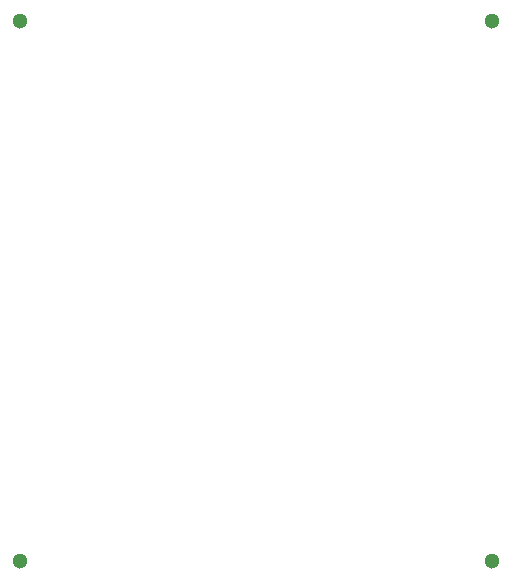
<source format=gbr>
%TF.GenerationSoftware,KiCad,Pcbnew,8.0.7-8.0.7-0~ubuntu22.04.1*%
%TF.CreationDate,2024-12-10T17:00:38-05:00*%
%TF.ProjectId,breakout-tt07-qfn,62726561-6b6f-4757-942d-747430372d71,1.1*%
%TF.SameCoordinates,PX2b64660PY42c1d80*%
%TF.FileFunction,NonPlated,1,2,NPTH,Drill*%
%TF.FilePolarity,Positive*%
%FSLAX46Y46*%
G04 Gerber Fmt 4.6, Leading zero omitted, Abs format (unit mm)*
G04 Created by KiCad (PCBNEW 8.0.7-8.0.7-0~ubuntu22.04.1) date 2024-12-10 17:00:38*
%MOMM*%
%LPD*%
G01*
G04 APERTURE LIST*
%TA.AperFunction,ComponentDrill*%
%ADD10C,1.300000*%
%TD*%
G04 APERTURE END LIST*
D10*
%TO.C,CON1*%
X50500000Y-21140000D03*
X50500000Y-66860000D03*
%TO.C,CON2*%
X90500000Y-21140000D03*
X90500000Y-66860000D03*
M02*

</source>
